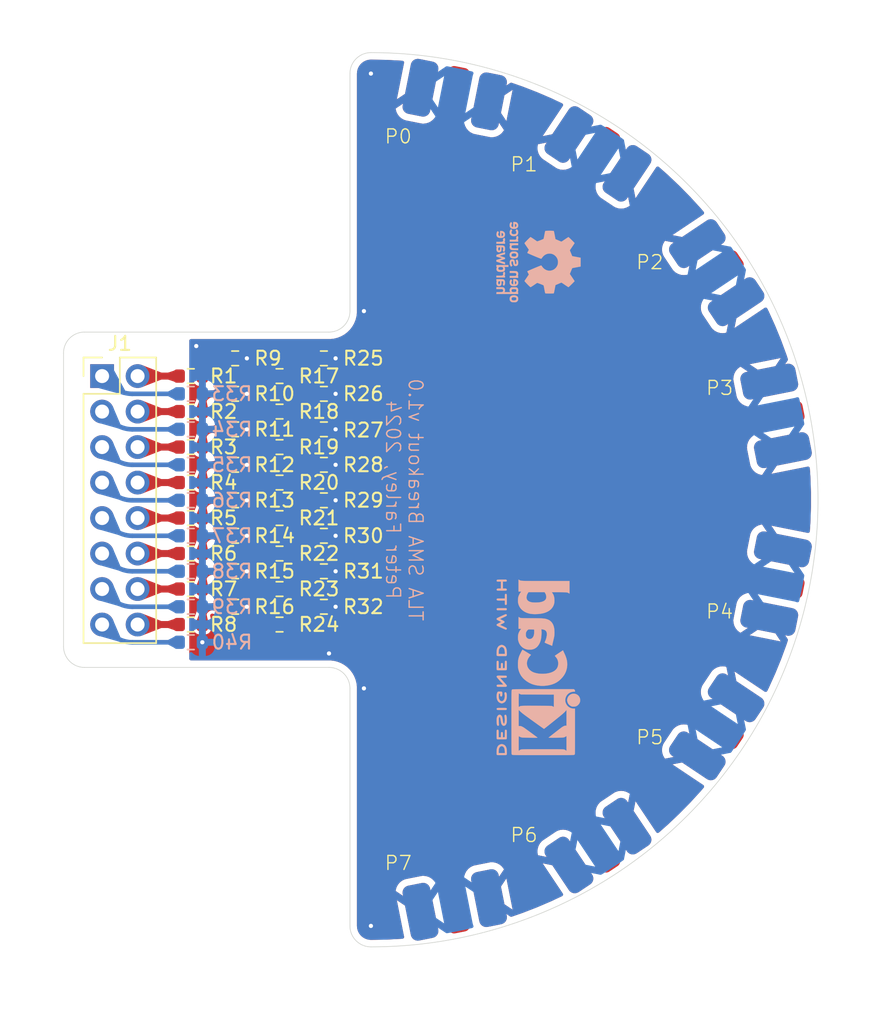
<source format=kicad_pcb>
(kicad_pcb (version 20240108) (generator "pcbnew") (generator_version "8.0")
  (layers (0 "F.Cu" signal) (31 "B.Cu" signal) (34 "B.Paste" user) (35 "F.Paste" user) (36 "B.SilkS" user "B.Silkscreen") (37 "F.SilkS" user "F.Silkscreen") (38 "B.Mask" user) (39 "F.Mask" user) (44 "Edge.Cuts" user))
  (net 0 "")
  (net 1 "Net-(J1-Pin_13)")
  (net 2 "Net-(J1-Pin_7)")
  (net 3 "Net-(J1-Pin_9)")
  (net 4 "Net-(J1-Pin_2)")
  (net 5 "Net-(J1-Pin_1)")
  (net 6 "Net-(J1-Pin_3)")
  (net 7 "Net-(J1-Pin_11)")
  (net 8 "Net-(J1-Pin_15)")
  (net 9 "Net-(J1-Pin_5)")
  (net 10 "GND")
  (net 11 "Net-(J2-In)")
  (net 12 "Net-(R10-Pad1)")
  (net 13 "Net-(J1-Pin_16)")
  (net 14 "Net-(J1-Pin_12)")
  (net 15 "Net-(J1-Pin_6)")
  (net 16 "Net-(J1-Pin_8)")
  (net 17 "Net-(J1-Pin_10)")
  (net 18 "Net-(J1-Pin_14)")
  (net 19 "Net-(J1-Pin_4)")
  (net 20 "Net-(J3-In)")
  (net 21 "Net-(J4-In)")
  (net 22 "Net-(J5-In)")
  (net 23 "Net-(J6-In)")
  (net 24 "Net-(J7-In)")
  (net 25 "Net-(J8-In)")
  (net 26 "Net-(J9-In)")
  (net 27 "Net-(R12-Pad2)")
  (net 28 "Net-(R13-Pad2)")
  (net 29 "Net-(R14-Pad2)")
  (net 30 "Net-(R15-Pad2)")
  (net 31 "Net-(R16-Pad2)")
  (net 32 "Net-(R17-Pad2)")
  (net 33 "Net-(R18-Pad2)")
  (footprint "Footprints:SMA Board Edge Jack" (layer "F.Cu") (at 137 37 78.75)
    (property "Reference" "J2" (hide yes))
    (property "Value" "Conn_Coaxial_Small")
    (pad "1" smd roundrect (at 0 0 78.75) (size 4 1.5) (layers "F.Cu" "F.Paste" "F.Mask") (net 11 "Net-(J2-In)"))
    (pad "2" smd roundrect (at 0 -2.5 78.75) (size 4 2) (layers "F.Cu" "F.Paste" "F.Mask") (net 10 "GND"))
    (pad "2" smd roundrect (at 0 -2.5 78.75) (size 4 2) (layers "B.Cu" "B.Paste" "B.Mask") (net 10 "GND"))
    (pad "2" smd roundrect (at 0 2.5 78.75) (size 4 2) (layers "F.Cu" "F.Paste" "F.Mask") (net 10 "GND"))
    (pad "2" smd roundrect (at 0 2.5 78.75) (size 4 2) (layers "B.Cu" "B.Paste" "B.Mask") (net 10 "GND"))
  )
  (footprint "Resistor_SMD:R_0603_1608Metric" (layer "F.Cu") (at 121.285 71.12)
    (property "Reference" "R15" (at 1.27 0 0) (layer "F.SilkS") (effects (justify left)))
    (property "Value" "50")
    (pad "1" smd roundrect (at -0.825 0) (size 0.8 0.95) (layers "F.Cu" "F.Paste" "F.Mask") (net 32 "Net-(R17-Pad2)"))
    (pad "2" smd roundrect (at 0.825 0) (size 0.8 0.95) (layers "F.Cu" "F.Paste" "F.Mask") (net 10 "GND"))
  )
  (footprint "Connector_PinHeader_2.54mm:PinHeader_2x08_P2.54mm_Vertical" (layer "F.Cu") (at 111.76 57.15)
    (property "Reference" "J1" (at 1.27 -2.33 0) (layer "F.SilkS"))
    (property "Value" "Conn_02x08_Odd_Even")
    (pad "1" thru_hole rect (at 0 0) (size 1.7 1.7) (drill 1) (layers "*.Cu" "*.Mask") (net 5 "Net-(J1-Pin_1)"))
    (pad "2" thru_hole oval (at 2.54 0) (size 1.7 1.7) (drill 1) (layers "*.Cu" "*.Mask") (net 4 "Net-(J1-Pin_2)"))
    (pad "3" thru_hole oval (at 0 2.54) (size 1.7 1.7) (drill 1) (layers "*.Cu" "*.Mask") (net 6 "Net-(J1-Pin_3)"))
    (pad "4" thru_hole oval (at 2.54 2.54) (size 1.7 1.7) (drill 1) (layers "*.Cu" "*.Mask") (net 19 "Net-(J1-Pin_4)"))
    (pad "5" thru_hole oval (at 0 5.08) (size 1.7 1.7) (drill 1) (layers "*.Cu" "*.Mask") (net 9 "Net-(J1-Pin_5)"))
    (pad "6" thru_hole oval (at 2.54 5.08) (size 1.7 1.7) (drill 1) (layers "*.Cu" "*.Mask") (net 15 "Net-(J1-Pin_6)"))
    (pad "7" thru_hole oval (at 0 7.62) (size 1.7 1.7) (drill 1) (layers "*.Cu" "*.Mask") (net 2 "Net-(J1-Pin_7)"))
    (pad "8" thru_hole oval (at 2.54 7.62) (size 1.7 1.7) (drill 1) (layers "*.Cu" "*.Mask") (net 16 "Net-(J1-Pin_8)"))
    (pad "9" thru_hole oval (at 0 10.16) (size 1.7 1.7) (drill 1) (layers "*.Cu" "*.Mask") (net 3 "Net-(J1-Pin_9)"))
    (pad "10" thru_hole oval (at 2.54 10.16) (size 1.7 1.7) (drill 1) (layers "*.Cu" "*.Mask") (net 17 "Net-(J1-Pin_10)"))
    (pad "11" thru_hole oval (at 0 12.7) (size 1.7 1.7) (drill 1) (layers "*.Cu" "*.Mask") (net 7 "Net-(J1-Pin_11)"))
    (pad "12" thru_hole oval (at 2.54 12.7) (size 1.7 1.7) (drill 1) (layers "*.Cu" "*.Mask") (net 14 "Net-(J1-Pin_12)"))
    (pad "13" thru_hole oval (at 0 15.24) (size 1.7 1.7) (drill 1) (layers "*.Cu" "*.Mask") (net 1 "Net-(J1-Pin_13)"))
    (pad "14" thru_hole oval (at 2.54 15.24) (size 1.7 1.7) (drill 1) (layers "*.Cu" "*.Mask") (net 18 "Net-(J1-Pin_14)"))
    (pad "15" thru_hole oval (at 0 17.78) (size 1.7 1.7) (drill 1) (layers "*.Cu" "*.Mask") (net 8 "Net-(J1-Pin_15)"))
    (pad "16" thru_hole oval (at 2.54 17.78) (size 1.7 1.7) (drill 1) (layers "*.Cu" "*.Mask") (net 13 "Net-(J1-Pin_16)"))
  )
  (footprint "Resistor_SMD:R_0603_1608Metric" (layer "F.Cu") (at 118.11 64.77)
    (property "Reference" "R4" (at 1.27 0 0) (layer "F.SilkS") (effects (justify left)))
    (property "Value" "0")
    (pad "1" smd roundrect (at -0.825 0) (size 0.8 0.95) (layers "F.Cu" "F.Paste" "F.Mask") (net 16 "Net-(J1-Pin_8)"))
    (pad "2" smd roundrect (at 0.825 0) (size 0.8 0.95) (layers "F.Cu" "F.Paste" "F.Mask") (net 29 "Net-(R14-Pad2)"))
  )
  (footprint "Footprints:SMA Board Edge Jack" (layer "F.Cu") (at 147.25 41.25 56.25)
    (property "Reference" "J4" (hide yes))
    (property "Value" "Conn_Coaxial_Small")
    (pad "1" smd roundrect (at 0 0 56.25) (size 4 1.5) (layers "F.Cu" "F.Paste" "F.Mask") (net 20 "Net-(J3-In)"))
    (pad "2" smd roundrect (at 0 -2.5 56.25) (size 4 2) (layers "F.Cu" "F.Paste" "F.Mask") (net 10 "GND"))
    (pad "2" smd roundrect (at 0 -2.5 56.25) (size 4 2) (layers "B.Cu" "B.Paste" "B.Mask") (net 10 "GND"))
    (pad "2" smd roundrect (at 0 2.5 56.25) (size 4 2) (layers "F.Cu" "F.Paste" "F.Mask") (net 10 "GND"))
    (pad "2" smd roundrect (at 0 2.5 56.25) (size 4 2) (layers "B.Cu" "B.Paste" "B.Mask") (net 10 "GND"))
  )
  (footprint "Resistor_SMD:R_0603_1608Metric" (layer "F.Cu") (at 127.635 55.88)
    (property "Reference" "R25" (at 1.27 0 0) (layer "F.SilkS") (effects (justify left)))
    (property "Value" "50")
    (pad "1" smd roundrect (at -0.825 0) (size 0.8 0.95) (layers "F.Cu" "F.Paste" "F.Mask") (net 11 "Net-(J2-In)"))
    (pad "2" smd roundrect (at 0.825 0) (size 0.8 0.95) (layers "F.Cu" "F.Paste" "F.Mask") (net 10 "GND"))
  )
  (footprint "Footprints:SMA Board Edge Jack" (layer "F.Cu") (at 147.25 90.75 -56.25)
    (property "Reference" "J5" (hide yes))
    (property "Value" "Conn_Coaxial_Small")
    (pad "1" smd roundrect (at 0 0 303.75) (size 4 1.5) (layers "F.Cu" "F.Paste" "F.Mask") (net 25 "Net-(J8-In)"))
    (pad "2" smd roundrect (at 0 -2.5 303.75) (size 4 2) (layers "F.Cu" "F.Paste" "F.Mask") (net 10 "GND"))
    (pad "2" smd roundrect (at 0 -2.5 303.75) (size 4 2) (layers "B.Cu" "B.Paste" "B.Mask") (net 10 "GND"))
    (pad "2" smd roundrect (at 0 2.5 303.75) (size 4 2) (layers "F.Cu" "F.Paste" "F.Mask") (net 10 "GND"))
    (pad "2" smd roundrect (at 0 2.5 303.75) (size 4 2) (layers "B.Cu" "B.Paste" "B.Mask") (net 10 "GND"))
  )
  (footprint "Resistor_SMD:R_0603_1608Metric" (layer "F.Cu") (at 124.46 57.15)
    (property "Reference" "R17" (at 1.27 0 0) (layer "F.SilkS") (effects (justify left)))
    (property "Value" "0")
    (pad "1" smd roundrect (at -0.825 0) (size 0.8 0.95) (layers "F.Cu" "F.Paste" "F.Mask") (net 12 "Net-(R10-Pad1)"))
    (pad "2" smd roundrect (at 0.825 0) (size 0.8 0.95) (layers "F.Cu" "F.Paste" "F.Mask") (net 11 "Net-(J2-In)"))
  )
  (footprint "Footprints:SMA Board Edge Jack" (layer "F.Cu") (at 155.75 82.25 -33.75)
    (property "Reference" "J7" (hide yes))
    (property "Value" "Conn_Coaxial_Small")
    (pad "1" smd roundrect (at 0 0 326.25) (size 4 1.5) (layers "F.Cu" "F.Paste" "F.Mask") (net 24 "Net-(J7-In)"))
    (pad "2" smd roundrect (at 0 -2.5 326.25) (size 4 2) (layers "F.Cu" "F.Paste" "F.Mask") (net 10 "GND"))
    (pad "2" smd roundrect (at 0 -2.5 326.25) (size 4 2) (layers "B.Cu" "B.Paste" "B.Mask") (net 10 "GND"))
    (pad "2" smd roundrect (at 0 2.5 326.25) (size 4 2) (layers "F.Cu" "F.Paste" "F.Mask") (net 10 "GND"))
    (pad "2" smd roundrect (at 0 2.5 326.25) (size 4 2) (layers "B.Cu" "B.Paste" "B.Mask") (net 10 "GND"))
  )
  (footprint "Footprints:SMA Board Edge Jack" (layer "F.Cu") (at 160 72 -11.25)
    (property "Reference" "J9" (hide yes))
    (property "Value" "Conn_Coaxial_Small")
    (pad "1" smd roundrect (at 0 0 348.75) (size 4 1.5) (layers "F.Cu" "F.Paste" "F.Mask") (net 23 "Net-(J6-In)"))
    (pad "2" smd roundrect (at 0 -2.5 348.75) (size 4 2) (layers "F.Cu" "F.Paste" "F.Mask") (net 10 "GND"))
    (pad "2" smd roundrect (at 0 -2.5 348.75) (size 4 2) (layers "B.Cu" "B.Paste" "B.Mask") (net 10 "GND"))
    (pad "2" smd roundrect (at 0 2.5 348.75) (size 4 2) (layers "F.Cu" "F.Paste" "F.Mask") (net 10 "GND"))
    (pad "2" smd roundrect (at 0 2.5 348.75) (size 4 2) (layers "B.Cu" "B.Paste" "B.Mask") (net 10 "GND"))
  )
  (footprint "Resistor_SMD:R_0603_1608Metric" (layer "F.Cu") (at 121.285 60.96)
    (property "Reference" "R11" (at 1.27 0 0) (layer "F.SilkS") (effects (justify left)))
    (property "Value" "50")
    (pad "1" smd roundrect (at -0.825 0) (size 0.8 0.95) (layers "F.Cu" "F.Paste" "F.Mask") (net 28 "Net-(R13-Pad2)"))
    (pad "2" smd roundrect (at 0.825 0) (size 0.8 0.95) (layers "F.Cu" "F.Paste" "F.Mask") (net 10 "GND"))
  )
  (footprint "Resistor_SMD:R_0603_1608Metric" (layer "F.Cu") (at 124.46 59.69)
    (property "Reference" "R18" (at 1.27 0 0) (layer "F.SilkS") (effects (justify left)))
    (property "Value" "0")
    (pad "1" smd roundrect (at -0.825 0) (size 0.8 0.95) (layers "F.Cu" "F.Paste" "F.Mask") (net 27 "Net-(R12-Pad2)"))
    (pad "2" smd roundrect (at 0.825 0) (size 0.8 0.95) (layers "F.Cu" "F.Paste" "F.Mask") (net 20 "Net-(J3-In)"))
  )
  (footprint "Resistor_SMD:R_0603_1608Metric" (layer "F.Cu") (at 118.11 69.85)
    (property "Reference" "R6" (at 1.27 0 0) (layer "F.SilkS") (effects (justify left)))
    (property "Value" "0")
    (pad "1" smd roundrect (at -0.825 0) (size 0.8 0.95) (layers "F.Cu" "F.Paste" "F.Mask") (net 14 "Net-(J1-Pin_12)"))
    (pad "2" smd roundrect (at 0.825 0) (size 0.8 0.95) (layers "F.Cu" "F.Paste" "F.Mask") (net 31 "Net-(R16-Pad2)"))
  )
  (footprint "Resistor_SMD:R_0603_1608Metric" (layer "F.Cu") (at 127.635 73.66)
    (property "Reference" "R32" (at 1.27 0 0) (layer "F.SilkS") (effects (justify left)))
    (property "Value" "50")
    (pad "1" smd roundrect (at -0.825 0) (size 0.8 0.95) (layers "F.Cu" "F.Paste" "F.Mask") (net 26 "Net-(J9-In)"))
    (pad "2" smd roundrect (at 0.825 0) (size 0.8 0.95) (layers "F.Cu" "F.Paste" "F.Mask") (net 10 "GND"))
  )
  (footprint "Resistor_SMD:R_0603_1608Metric" (layer "F.Cu") (at 127.635 63.5)
    (property "Reference" "R28" (at 1.27 0 0) (layer "F.SilkS") (effects (justify left)))
    (property "Value" "50")
    (pad "1" smd roundrect (at -0.825 0) (size 0.8 0.95) (layers "F.Cu" "F.Paste" "F.Mask") (net 22 "Net-(J5-In)"))
    (pad "2" smd roundrect (at 0.825 0) (size 0.8 0.95) (layers "F.Cu" "F.Paste" "F.Mask") (net 10 "GND"))
  )
  (footprint "Resistor_SMD:R_0603_1608Metric" (layer "F.Cu") (at 118.11 57.15)
    (property "Reference" "R1" (at 1.27 0 0) (layer "F.SilkS") (effects (justify left)))
    (property "Value" "0")
    (pad "1" smd roundrect (at -0.825 0) (size 0.8 0.95) (layers "F.Cu" "F.Paste" "F.Mask") (net 4 "Net-(J1-Pin_2)"))
    (pad "2" smd roundrect (at 0.825 0) (size 0.8 0.95) (layers "F.Cu" "F.Paste" "F.Mask") (net 12 "Net-(R10-Pad1)"))
  )
  (footprint "Resistor_SMD:R_0603_1608Metric" (layer "F.Cu") (at 121.285 63.5)
    (property "Reference" "R12" (at 1.27 0 0) (layer "F.SilkS") (effects (justify left)))
    (property "Value" "50")
    (pad "1" smd roundrect (at -0.825 0) (size 0.8 0.95) (layers "F.Cu" "F.Paste" "F.Mask") (net 29 "Net-(R14-Pad2)"))
    (pad "2" smd roundrect (at 0.825 0) (size 0.8 0.95) (layers "F.Cu" "F.Paste" "F.Mask") (net 10 "GND"))
  )
  (footprint "Resistor_SMD:R_0603_1608Metric" (layer "F.Cu") (at 121.285 68.58)
    (property "Reference" "R14" (at 1.27 0 0) (layer "F.SilkS") (effects (justify left)))
    (property "Value" "50")
    (pad "1" smd roundrect (at -0.825 0) (size 0.8 0.95) (layers "F.Cu" "F.Paste" "F.Mask") (net 31 "Net-(R16-Pad2)"))
    (pad "2" smd roundrect (at 0.825 0) (size 0.8 0.95) (layers "F.Cu" "F.Paste" "F.Mask") (net 10 "GND"))
  )
  (footprint "Resistor_SMD:R_0603_1608Metric" (layer "F.Cu") (at 127.635 71.12)
    (property "Reference" "R31" (at 1.27 0 0) (layer "F.SilkS") (effects (justify left)))
    (property "Value" "50")
    (pad "1" smd roundrect (at -0.825 0) (size 0.8 0.95) (layers "F.Cu" "F.Paste" "F.Mask") (net 25 "Net-(J8-In)"))
    (pad "2" smd roundrect (at 0.825 0) (size 0.8 0.95) (layers "F.Cu" "F.Paste" "F.Mask") (net 10 "GND"))
  )
  (footprint "Resistor_SMD:R_0603_1608Metric" (layer "F.Cu") (at 118.11 59.69)
    (property "Reference" "R2" (at 1.27 0 0) (layer "F.SilkS") (effects (justify left)))
    (property "Value" "0")
    (pad "1" smd roundrect (at -0.825 0) (size 0.8 0.95) (layers "F.Cu" "F.Paste" "F.Mask") (net 19 "Net-(J1-Pin_4)"))
    (pad "2" smd roundrect (at 0.825 0) (size 0.8 0.95) (layers "F.Cu" "F.Paste" "F.Mask") (net 27 "Net-(R12-Pad2)"))
  )
  (footprint "Resistor_SMD:R_0603_1608Metric" (layer "F.Cu") (at 121.285 66.04)
    (property "Reference" "R13" (at 1.27 0 0) (layer "F.SilkS") (effects (justify left)))
    (property "Value" "50")
    (pad "1" smd roundrect (at -0.825 0) (size 0.8 0.95) (layers "F.Cu" "F.Paste" "F.Mask") (net 30 "Net-(R15-Pad2)"))
    (pad "2" smd roundrect (at 0.825 0) (size 0.8 0.95) (layers "F.Cu" "F.Paste" "F.Mask") (net 10 "GND"))
  )
  (footprint "Resistor_SMD:R_0603_1608Metric" (layer "F.Cu") (at 127.635 60.96)
    (property "Reference" "R27" (at 1.27 0.06 0) (layer "F.SilkS") (effects (justify left)))
    (property "Value" "50")
    (pad "1" smd roundrect (at -0.825 0) (size 0.8 0.95) (layers "F.Cu" "F.Paste" "F.Mask") (net 21 "Net-(J4-In)"))
    (pad "2" smd roundrect (at 0.825 0) (size 0.8 0.95) (layers "F.Cu" "F.Paste" "F.Mask") (net 10 "GND"))
  )
  (footprint "Resistor_SMD:R_0603_1608Metric" (layer "F.Cu") (at 124.46 69.85)
    (property "Reference" "R22" (at 1.27 0 0) (layer "F.SilkS") (effects (justify left)))
    (property "Value" "0")
    (pad "1" smd roundrect (at -0.825 0) (size 0.8 0.95) (layers "F.Cu" "F.Paste" "F.Mask") (net 31 "Net-(R16-Pad2)"))
    (pad "2" smd roundrect (at 0.825 0) (size 0.8 0.95) (layers "F.Cu" "F.Paste" "F.Mask") (net 24 "Net-(J7-In)"))
  )
  (footprint "Footprints:SMA Board Edge Jack" (layer "F.Cu") (at 155.75 49.75 33.75)
    (property "Reference" "J6" (hide yes))
    (property "Value" "Conn_Coaxial_Small")
    (pad "1" smd roundrect (at 0 0 33.75) (size 4 1.5) (layers "F.Cu" "F.Paste" "F.Mask") (net 21 "Net-(J4-In)"))
    (pad "2" smd roundrect (at 0 -2.5 33.75) (size 4 2) (layers "F.Cu" "F.Paste" "F.Mask") (net 10 "GND"))
    (pad "2" smd roundrect (at 0 -2.5 33.75) (size 4 2) (layers "B.Cu" "B.Paste" "B.Mask") (net 10 "GND"))
    (pad "2" smd roundrect (at 0 2.5 33.75) (size 4 2) (layers "F.Cu" "F.Paste" "F.Mask") (net 10 "GND"))
    (pad "2" smd roundrect (at 0 2.5 33.75) (size 4 2) (layers "B.Cu" "B.Paste" "B.Mask") (net 10 "GND"))
  )
  (footprint "Resistor_SMD:R_0603_1608Metric" (layer "F.Cu") (at 121.285 55.88)
    (property "Reference" "R9" (at 1.27 0 0) (layer "F.SilkS") (effects (justify left)))
    (property "Value" "50")
    (pad "1" smd roundrect (at -0.825 0) (size 0.8 0.95) (layers "F.Cu" "F.Paste" "F.Mask") (net 12 "Net-(R10-Pad1)"))
    (pad "2" smd roundrect (at 0.825 0) (size 0.8 0.95) (layers "F.Cu" "F.Paste" "F.Mask") (net 10 "GND"))
  )
  (footprint "Resistor_SMD:R_0603_1608Metric" (layer "F.Cu") (at 118.11 67.31)
    (property "Reference" "R5" (at 1.27 0 0) (layer "F.SilkS") (effects (justify left)))
    (property "Value" "0")
    (pad "1" smd roundrect (at -0.825 0) (size 0.8 0.95) (layers "F.Cu" "F.Paste" "F.Mask") (net 17 "Net-(J1-Pin_10)"))
    (pad "2" smd roundrect (at 0.825 0) (size 0.8 0.95) (layers "F.Cu" "F.Paste" "F.Mask") (net 30 "Net-(R15-Pad2)"))
  )
  (footprint "Resistor_SMD:R_0603_1608Metric" (layer "F.Cu") (at 124.46 72.39)
    (property "Reference" "R23" (at 1.27 0 0) (layer "F.SilkS") (effects (justify left)))
    (property "Value" "0")
    (pad "1" smd roundrect (at -0.825 0) (size 0.8 0.95) (layers "F.Cu" "F.Paste" "F.Mask") (net 32 "Net-(R17-Pad2)"))
    (pad "2" smd roundrect (at 0.825 0) (size 0.8 0.95) (layers "F.Cu" "F.Paste" "F.Mask") (net 25 "Net-(J8-In)"))
  )
  (footprint "Resistor_SMD:R_0603_1608Metric" (layer "F.Cu") (at 127.635 58.42)
    (property "Reference" "R26" (at 1.27 0 0) (layer "F.SilkS") (effects (justify left)))
    (property "Value" "50")
    (pad "1" smd roundrect (at -0.825 0) (size 0.8 0.95) (layers "F.Cu" "F.Paste" "F.Mask") (net 20 "Net-(J3-In)"))
    (pad "2" smd roundrect (at 0.825 0) (size 0.8 0.95) (layers "F.Cu" "F.Paste" "F.Mask") (net 10 "GND"))
  )
  (footprint "Footprints:SMA Board Edge Jack" (layer "F.Cu") (at 160 60 11.25)
    (property "Reference" "J8" (hide yes))
    (property "Value" "Conn_Coaxial_Small")
    (pad "1" smd roundrect (at 0 0 11.25) (size 4 1.5) (layers "F.Cu" "F.Paste" "F.Mask") (net 22 "Net-(J5-In)"))
    (pad "2" smd roundrect (at 0 -2.5 11.25) (size 4 2) (layers "F.Cu" "F.Paste" "F.Mask") (net 10 "GND"))
    (pad "2" smd roundrect (at 0 -2.5 11.25) (size 4 2) (layers "B.Cu" "B.Paste" "B.Mask") (net 10 "GND"))
    (pad "2" smd roundrect (at 0 2.5 11.25) (size 4 2) (layers "F.Cu" "F.Paste" "F.Mask") (net 10 "GND"))
    (pad "2" smd roundrect (at 0 2.5 11.25) (size 4 2) (layers "B.Cu" "B.Paste" "B.Mask") (net 10 "GND"))
  )
  (footprint "Resistor_SMD:R_0603_1608Metric" (layer "F.Cu") (at 127.635 68.58)
    (property "Reference" "R30" (at 1.27 0 0) (layer "F.SilkS") (effects (justify left)))
    (property "Value" "50")
    (pad "1" smd roundrect (at -0.825 0) (size 0.8 0.95) (layers "F.Cu" "F.Paste" "F.Mask") (net 24 "Net-(J7-In)"))
    (pad "2" smd roundrect (at 0.825 0) (size 0.8 0.95) (layers "F.Cu" "F.Paste" "F.Mask") (net 10 "GND"))
  )
  (footprint "Resistor_SMD:R_0603_1608Metric" (layer "F.Cu") (at 118.11 72.39)
    (property "Reference" "R7" (at 1.27 0 0) (layer "F.SilkS") (effects (justify left)))
    (property "Value" "0")
    (pad "1" smd roundrect (at -0.825 0) (size 0.8 0.95) (layers "F.Cu" "F.Paste" "F.Mask") (net 18 "Net-(J1-Pin_14)"))
    (pad "2" smd roundrect (at 0.825 0) (size 0.8 0.95) (layers "F.Cu" "F.Paste" "F.Mask") (net 32 "Net-(R17-Pad2)"))
  )
  (footprint "Resistor_SMD:R_0603_1608Metric" (layer "F.Cu") (at 124.46 67.31)
    (property "Reference" "R21" (at 1.27 0 0) (layer "F.SilkS") (effects (justify left)))
    (property "Value" "0")
    (pad "1" smd roundrect (at -0.825 0) (size 0.8 0.95) (layers "F.Cu" "F.Paste" "F.Mask") (net 30 "Net-(R15-Pad2)"))
    (pad "2" smd roundrect (at 0.825 0) (size 0.8 0.95) (layers "F.Cu" "F.Paste" "F.Mask") (net 23 "Net-(J6-In)"))
  )
  (footprint "Resistor_SMD:R_0603_1608Metric" (layer "F.Cu") (at 121.285 73.66)
    (property "Reference" "R16" (at 1.27 0 0) (layer "F.SilkS") (effects (justify left)))
    (property "Value" "50")
    (pad "1" smd roundrect (at -0.825 0) (size 0.8 0.95) (layers "F.Cu" "F.Paste" "F.Mask") (net 33 "Net-(R18-Pad2)"))
    (pad "2" smd roundrect (at 0.825 0) (size 0.8 0.95) (layers "F.Cu" "F.Paste" "F.Mask") (net 10 "GND"))
  )
  (footprint "Resistor_SMD:R_0603_1608Metric" (layer "F.Cu") (at 118.11 74.93)
    (property "Reference" "R8" (at 1.27 0 0) (layer "F.SilkS") (effects (justify left)))
    (property "Value" "0")
    (pad "1" smd roundrect (at -0.825 0) (size 0.8 0.95) (layers "F.Cu" "F.Paste" "F.Mask") (net 13 "Net-(J1-Pin_16)"))
    (pad "2" smd roundrect (at 0.825 0) (size 0.8 0.95) (layers "F.Cu" "F.Paste" "F.Mask") (net 33 "Net-(R18-Pad2)"))
  )
  (footprint "Resistor_SMD:R_0603_1608Metric" (layer "F.Cu") (at 127.635 66.04)
    (property "Reference" "R29" (at 1.27 0 0) (layer "F.SilkS") (effects (justify left)))
    (property "Value" "50")
    (pad "1" smd roundrect (at -0.825 0) (size 0.8 0.95) (layers "F.Cu" "F.Paste" "F.Mask") (net 23 "Net-(J6-In)"))
    (pad "2" smd roundrect (at 0.825 0) (size 0.8 0.95) (layers "F.Cu" "F.Paste" "F.Mask") (net 10 "GND"))
  )
  (footprint "Resistor_SMD:R_0603_1608Metric" (layer "F.Cu") (at 121.285 58.42)
    (property "Reference" "R10" (at 1.27 0 0) (layer "F.SilkS") (effects (justify left)))
    (property "Value" "50")
    (pad "1" smd roundrect (at -0.825 0) (size 0.8 0.95) (layers "F.Cu" "F.Paste" "F.Mask") (net 27 "Net-(R12-Pad2)"))
    (pad "2" smd roundrect (at 0.825 0) (size 0.8 0.95) (layers "F.Cu" "F.Paste" "F.Mask") (net 10 "GND"))
  )
  (footprint "Resistor_SMD:R_0603_1608Metric" (layer "F.Cu") (at 124.46 74.93)
    (property "Reference" "R24" (at 1.27 0 0) (layer "F.SilkS") (effects (justify left)))
    (property "Value" "0")
    (pad "1" smd roundrect (at -0.825 0) (size 0.8 0.95) (layers "F.Cu" "F.Paste" "F.Mask") (net 33 "Net-(R18-Pad2)"))
    (pad "2" smd roundrect (at 0.825 0) (size 0.8 0.95) (layers "F.Cu" "F.Paste" "F.Mask") (net 26 "Net-(J9-In)"))
  )
  (footprint "Footprints:SMA Board Edge Jack" (layer "F.Cu") (at 137 95 -78.75)
    (property "Reference" "J3" (hide yes))
    (property "Value" "Conn_Coaxial_Small")
    (pad "1" smd roundrect (at 0 0 281.25) (size 4 1.5) (layers "F.Cu" "F.Paste" "F.Mask") (net 26 "Net-(J9-In)"))
    (pad "2" smd roundrect (at 0 -2.5 281.25) (size 4 2) (layers "F.Cu" "F.Paste" "F.Mask") (net 10 "GND"))
    (pad "2" smd roundrect (at 0 -2.5 281.25) (size 4 2) (layers "B.Cu" "B.Paste" "B.Mask") (net 10 "GND"))
    (pad "2" smd roundrect (at 0 2.5 281.25) (size 4 2) (layers "F.Cu" "F.Paste" "F.Mask") (net 10 "GND"))
    (pad "2" smd roundrect (at 0 2.5 281.25) (size 4 2) (layers "B.Cu" "B.Paste" "B.Mask") (net 10 "GND"))
  )
  (footprint "Resistor_SMD:R_0603_1608Metric" (layer "F.Cu") (at 118.11 62.23)
    (property "Reference" "R3" (at 1.27 0 0) (layer "F.SilkS") (effects (justify left)))
    (property "Value" "0")
    (pad "1" smd roundrect (at -0.825 0) (size 0.8 0.95) (layers "F.Cu" "F.Paste" "F.Mask") (net 15 "Net-(J1-Pin_6)"))
    (pad "2" smd roundrect (at 0.825 0) (size 0.8 0.95) (layers "F.Cu" "F.Paste" "F.Mask") (net 28 "Net-(R13-Pad2)"))
  )
  (footprint "Resistor_SMD:R_0603_1608Metric" (layer "F.Cu") (at 124.46 62.23)
    (property "Reference" "R19" (at 1.27 0 0) (layer "F.SilkS") (effects (justify left)))
    (property "Value" "0")
    (pad "1" smd roundrect (at -0.825 0) (size 0.8 0.95) (layers "F.Cu" "F.Paste" "F.Mask") (net 28 "Net-(R13-Pad2)"))
    (pad "2" smd roundrect (at 0.825 0) (size 0.8 0.95) (layers "F.Cu" "F.Paste" "F.Mask") (net 21 "Net-(J4-In)"))
  )
  (footprint "Resistor_SMD:R_0603_1608Metric" (layer "F.Cu") (at 124.46 64.77)
    (property "Reference" "R20" (at 1.27 0 0) (layer "F.SilkS") (effects (justify left)))
    (property "Value" "0")
    (pad "1" smd roundrect (at -0.825 0) (size 0.8 0.95) (layers "F.Cu" "F.Paste" "F.Mask") (net 29 "Net-(R14-Pad2)"))
    (pad "2" smd roundrect (at 0.825 0) (size 0.8 0.95) (layers "F.Cu" "F.Paste" "F.Mask") (net 22 "Net-(J5-In)"))
  )
  (footprint "Resistor_SMD:R_0603_1608Metric" (layer "B.Cu") (at 118.11 71.12 180)
    (property "Reference" "R38" (at -1.397 0 0) (layer "B.SilkS") (effects (justify right mirror)))
    (property "Value" "0")
    (pad "1" smd roundrect (at -0.825 0 180) (size 0.8 0.95) (layers "B.Cu" "B.Paste" "B.Mask") (net 10 "GND"))
    (pad "2" smd roundrect (at 0.825 0 180) (size 0.8 0.95) (layers "B.Cu" "B.Paste" "B.Mask") (net 7 "Net-(J1-Pin_11)"))
  )
  (footprint "Resistor_SMD:R_0603_1608Metric" (layer "B.Cu") (at 118.11 58.42 180)
    (property "Reference" "R33" (at -1.39 0 0) (layer "B.SilkS") (effects (justify right mirror)))
    (property "Value" "0")
    (pad "1" smd roundrect (at -0.825 0 180) (size 0.8 0.95) (layers "B.Cu" "B.Paste" "B.Mask") (net 10 "GND"))
    (pad "2" smd roundrect (at 0.825 0 180) (size 0.8 0.95) (layers "B.Cu" "B.Paste" "B.Mask") (net 5 "Net-(J1-Pin_1)"))
  )
  (footprint "Resistor_SMD:R_0603_1608Metric" (layer "B.Cu") (at 118.11 66.04 180)
    (property "Reference" "R36" (at -1.397 0 0) (layer "B.SilkS") (effects (justify right mirror)))
    (property "Value" "0")
    (pad "1" smd roundrect (at -0.825 0 180) (size 0.8 0.95) (layers "B.Cu" "B.Paste" "B.Mask") (net 10 "GND"))
    (pad "2" smd roundrect (at 0.825 0 180) (size 0.8 0.95) (layers "B.Cu" "B.Paste" "B.Mask") (net 2 "Net-(J1-Pin_7)"))
  )
  (footprint "Symbol:KiCad-Logo2_5mm_SilkScreen" (layer "B.Cu") (at 143 78 90)
    (property "Reference" "REF**" (hide yes))
    (property "Value" "KiCad-Logo2_5mm_SilkScreen" (hide yes))
  )
  (footprint "Symbol:OSHW-Logo_5.7x6mm_SilkScreen" (layer "B.Cu") (at 143 49 90)
    (property "Reference" "REF**" (hide yes))
    (property "Value" "OSHW-Logo_5.7x6mm_SilkScreen" (hide yes))
  )
  (footprint "Resistor_SMD:R_0603_1608Metric" (layer "B.Cu") (at 118.11 76.2 180)
    (property "Reference" "R40" (at -1.397 0 0) (layer "B.SilkS") (effects (justify right mirror)))
    (property "Value" "0")
    (pad "1" smd roundrect (at -0.825 0 180) (size 0.8 0.95) (layers "B.Cu" "B.Paste" "B.Mask") (net 10 "GND"))
    (pad "2" smd roundrect (at 0.825 0 180) (size 0.8 0.95) (layers "B.Cu" "B.Paste" "B.Mask") (net 8 "Net-(J1-Pin_15)"))
  )
  (footprint "Resistor_SMD:R_0603_1608Metric" (layer "B.Cu") (at 118.11 68.58 180)
    (property "Reference" "R37" (at -1.397 0 0) (layer "B.SilkS") (effects (justify right mirror)))
    (property "Value" "0")
    (pad "1" smd roundrect (at -0.825 0 180) (size 0.8 0.95) (layers "B.Cu" "B.Paste" "B.Mask") (net 10 "GND"))
    (pad "2" smd roundrect (at 0.825 0 180) (size 0.8 0.95) (layers "B.Cu" "B.Paste" "B.Mask") (net 3 "Net-(J1-Pin_9)"))
  )
  (footprint "Resistor_SMD:R_0603_1608Metric" (layer "B.Cu") (at 118.11 60.96 180)
    (property "Reference" "R34" (at -1.397 0 0) (layer "B.SilkS") (effects (justify right mirror)))
    (property "Value" "0")
    (pad "1" smd roundrect (at -0.825 0 180) (size 0.8 0.95) (layers "B.Cu" "B.Paste" "B.Mask") (net 10 "GND"))
    (pad "2" smd roundrect (at 0.825 0 180) (size 0.8 0.95) (layers "B.Cu" "B.Paste" "B.Mask") (net 6 "Net-(J1-Pin_3)"))
  )
  (footprint "Resistor_SMD:R_0603_1608Metric" (layer "B.Cu") (at 118.11 73.66 180)
    (property "Reference" "R39" (at -1.397 0 0) (layer "B.SilkS") (effects (justify right mirror)))
    (property "Value" "0")
    (pad "1" smd roundrect (at -0.825 0 180) (size 0.8 0.95) (layers "B.Cu" "B.Paste" "B.Mask") (net 10 "GND"))
    (pad "2" smd roundrect (at 0.825 0 180) (size 0.8 0.95) (layers "B.Cu" "B.Paste" "B.Mask") (net 1 "Net-(J1-Pin_13)"))
  )
  (footprint "Resistor_SMD:R_0603_1608Metric" (layer "B.Cu") (at 118.11 63.5 180)
    (property "Reference" "R35" (at -1.397 0 0) (layer "B.SilkS") (effects (justify right mirror)))
    (property "Value" "0")
    (pad "1" smd roundrect (at -0.825 0 180) (size 0.8 0.95) (layers "B.Cu" "B.Paste" "B.Mask") (net 10 "GND"))
    (pad "2" smd roundrect (at 0.825 0 180) (size 0.8 0.95) (layers "B.Cu" "B.Paste" "B.Mask") (net 9 "Net-(J1-Pin_5)"))
  )
  (gr_arc (start 129.5 52.5) (mid 129.06066 53.56066) (end 128 54) (stroke (width 0.05)) (layer "Edge.Cuts"))
  (gr_line (start 109 76.5) (end 109 55.5) (stroke (width 0.05)) (layer "Edge.Cuts"))
  (gr_arc (start 129.5 35.5) (mid 129.93934 34.43934) (end 131 34) (stroke (width 0.05)) (layer "Edge.Cuts"))
  (gr_line (start 129.5 35.5) (end 129.5 52.5) (stroke (width 0.05)) (layer "Edge.Cuts"))
  (gr_arc (start 131 34) (mid 163 66) (end 131 98) (stroke (width 0.05)) (layer "Edge.Cuts"))
  (gr_arc (start 131 98) (mid 129.93934 97.56066) (end 129.5 96.5) (stroke (width 0.05)) (layer "Edge.Cuts"))
  (gr_arc (start 109 55.5) (mid 109.43934 54.43934) (end 110.5 54) (stroke (width 0.05)) (layer "Edge.Cuts"))
  (gr_arc (start 110.5 78) (mid 109.43934 77.56066) (end 109 76.5) (stroke (width 0.05)) (layer "Edge.Cuts"))
  (gr_line (start 110.5 54) (end 128 54) (stroke (width 0.05)) (layer "Edge.Cuts"))
  (gr_line (start 110.5 78) (end 128 78) (stroke (width 0.05)) (layer "Edge.Cuts"))
  (gr_line (start 129.5 96.5) (end 129.5 79.5) (stroke (width 0.05)) (layer "Edge.Cuts"))
  (gr_arc (start 128 78) (mid 129.06066 78.43934) (end 129.5 79.5) (stroke (width 0.05)) (layer "Edge.Cuts"))
  (gr_text "TLA SMA Breakout v1.0\nPeter Farley, 2024" (at 132 66 -90) (layer "B.SilkS") (effects (font (size 1 1) (thickness 0.1)) (justify bottom mirror)))
  (gr_text "P6" (at 143 90 0) (layer "F.SilkS") (effects (font (size 1 1) (thickness 0.1)) (justify right)))
  (gr_text "P1" (at 143 42 0) (layer "F.SilkS") (effects (font (size 1 1) (thickness 0.1)) (justify right)))
  (gr_text "P5" (at 152 83 0) (layer "F.SilkS") (effects (font (size 1 1) (thickness 0.1)) (justify right)))
  (gr_text "P3" (at 157 58 0) (layer "F.SilkS") (effects (font (size 1 1) (thickness 0.1)) (justify right)))
  (gr_text "P0" (at 134 40 0) (layer "F.SilkS") (effects (font (size 1 1) (thickness 0.1)) (justify right)))
  (gr_text "P7" (at 134 92 0) (layer "F.SilkS") (effects (font (size 1 1) (thickness 0.1)) (justify right)))
  (gr_text "P4" (at 157 74 0) (layer "F.SilkS") (effects (font (size 1 1) (thickness 0.1)) (justify right)))
  (gr_text "P2" (at 152 49 0) (layer "F.SilkS") (effects (font (size 1 1) (thickness 0.1)) (justify right)))
  (segment (start 113.928025 73.66) (end 117.285 73.66) (width 0.33) (layer "B.Cu") (net 1))
  (segment (start 112.395 73.025) (end 111.76 72.39) (width 0.33) (layer "B.Cu") (net 1))
  (arc (start 112.395 73.025) (mid 113.098357 73.494968) (end 113.928025 73.66) (width 0.33) (layer "B.Cu") (net 1))
  (segment (start 113.928025 66.04) (end 117.285 66.04) (width 0.33) (layer "B.Cu") (net 2))
  (segment (start 112.395 65.405) (end 111.76 64.77) (width 0.33) (layer "B.Cu") (net 2))
  (arc (start 112.395 65.405) (mid 113.098357 65.874968) (end 113.928025 66.04) (width 0.33) (layer "B.Cu") (net 2))
  (segment (start 113.928025 68.58) (end 117.285 68.58) (width 0.33) (layer "B.Cu") (net 3))
  (segment (start 112.395 67.945) (end 111.76 67.31) (width 0.33) (layer "B.Cu") (net 3))
  (arc (start 112.395 67.945) (mid 113.098357 68.414968) (end 113.928025 68.58) (width 0.33) (layer "B.Cu") (net 3))
  (segment (start 117.285 57.15) (end 114.3 57.15) (width 0.5) (layer "F.Cu") (net 4))
  (segment (start 112.395 57.785) (end 111.76 57.15) (width 0.33) (layer "B.Cu") (net 5))
  (segment (start 113.928025 58.42) (end 117.285 58.42) (width 0.33) (layer "B.Cu") (net 5))
  (arc (start 112.395 57.785) (mid 113.098357 58.254968) (end 113.928025 58.42) (width 0.33) (layer "B.Cu") (net 5))
  (segment (start 112.395 60.325) (end 111.76 59.69) (width 0.33) (layer "B.Cu") (net 6))
  (segment (start 113.928025 60.96) (end 117.285 60.96) (width 0.33) (layer "B.Cu") (net 6))
  (arc (start 112.395 60.325) (mid 113.098357 60.794968) (end 113.928025 60.96) (width 0.33) (layer "B.Cu") (net 6))
  (segment (start 113.928025 71.12) (end 117.285 71.12) (width 0.33) (layer "B.Cu") (net 7))
  (segment (start 112.395 70.485) (end 111.76 69.85) (width 0.33) (layer "B.Cu") (net 7))
  (arc (start 112.395 70.485) (mid 113.098357 70.954968) (end 113.928025 71.12) (width 0.33) (layer "B.Cu") (net 7))
  (segment (start 112.395 75.565) (end 111.76 74.93) (width 0.33) (layer "B.Cu") (net 8))
  (segment (start 113.928025 76.2) (end 117.285 76.2) (width 0.33) (layer "B.Cu") (net 8))
  (arc (start 112.395 75.565) (mid 113.098357 76.034968) (end 113.928025 76.2) (width 0.33) (layer "B.Cu") (net 8))
  (segment (start 113.928025 63.5) (end 117.285 63.5) (width 0.33) (layer "B.Cu") (net 9))
  (segment (start 112.395 62.865) (end 111.76 62.23) (width 0.33) (layer "B.Cu") (net 9))
  (arc (start 112.395 62.865) (mid 113.098357 63.334968) (end 113.928025 63.5) (width 0.33) (layer "B.Cu") (net 9))
  (via (at 122.1232 71.12) (size 0.6) (drill 0.3) (layers "F.Cu" "B.Cu") (net 10))
  (via (at 122.1232 66.04) (size 0.6) (drill 0.3) (layers "F.Cu" "B.Cu") (net 10))
  (via (at 122.1232 68.58) (size 0.6) (drill 0.3) (layers "F.Cu" "B.Cu") (net 10))
  (via (at 128.4732 66.04) (size 0.6) (drill 0.3) (layers "F.Cu" "B.Cu") (net 10))
  (via (at 122.1232 63.5) (size 0.6) (drill 0.3) (layers "F.Cu" "B.Cu") (net 10))
  (via (at 128.4732 55.88) (size 0.6) (drill 0.3) (layers "F.Cu" "B.Cu") (net 10))
  (via (at 122.1232 58.42) (size 0.6) (drill 0.3) (layers "F.Cu" "B.Cu") (net 10))
  (via (at 122.1232 73.66) (size 0.6) (drill 0.3) (layers "F.Cu" "B.Cu") (net 10))
  (via (at 128.4732 68.58) (size 0.6) (drill 0.3) (layers "F.Cu" "B.Cu") (net 10))
  (via (at 128.4732 63.5) (size 0.6) (drill 0.3) (layers "F.Cu" "B.Cu") (net 10))
  (via (at 118.935 76.2) (size 0.6) (drill 0.3) (layers "F.Cu" "B.Cu") (net 10))
  (via (at 122.1232 60.96) (size 0.6) (drill 0.3) (layers "F.Cu" "B.Cu") (net 10))
  (via (at 128.4732 71.12) (size 0.6) (drill 0.3) (layers "F.Cu" "B.Cu") (net 10))
  (via (at 128.4732 60.96) (size 0.6) (drill 0.3) (layers "F.Cu" "B.Cu") (net 10))
  (via (at 122.1232 55.88) (size 0.6) (drill 0.3) (layers "F.Cu" "B.Cu") (net 10))
  (via (at 128 77) (size 0.6) (drill 0.3) (layers "F.Cu" "B.Cu") (net 10))
  (via (at 128.4732 73.66) (size 0.6) (drill 0.3) (layers "F.Cu" "B.Cu") (net 10))
  (via (at 131 35.5) (size 0.6) (drill 0.3) (layers "F.Cu" "B.Cu") (net 10))
  (via (at 130.5 52.5) (size 0.6) (drill 0.3) (layers "F.Cu" "B.Cu") (net 10))
  (via (at 118.5 55) (size 0.6) (drill 0.3) (layers "F.Cu" "B.Cu") (net 10))
  (via (at 128.4732 58.42) (size 0.6) (drill 0.3) (layers "F.Cu" "B.Cu") (net 10))
  (via (at 131 96.5) (size 0.6) (drill 0.3) (layers "F.Cu" "B.Cu") (net 10))
  (via (at 130.5 79.5) (size 0.6) (drill 0.3) (layers "F.Cu" "B.Cu") (net 10))
  (segment (start 126.044662 55.88) (end 126.81 55.88) (width 0.5) (layer "F.Cu") (net 11))
  (segment (start 130.63291 57.15) (end 125.285 57.15) (width 1) (layer "F.Cu") (net 11))
  (segment (start 133.148082 55.11345) (end 137 37) (width 1) (layer "F.Cu") (net 11))
  (segment (start 125.285 56.639662) (end 125.285 57.15) (width 0.5) (layer "F.Cu") (net 11))
  (arc (start 125.5075 56.1025) (mid 125.342825 56.348952) (end 125.285 56.639662) (width 0.5) (layer "F.Cu") (net 11))
  (arc (start 126.044662 55.88) (mid 125.753952 55.937825) (end 125.5075 56.1025) (width 0.5) (layer "F.Cu") (net 11))
  (arc (start 133.148082 55.11345) (mid 132.251059 56.577026) (end 130.63291 57.15) (width 1) (layer "F.Cu") (net 11))
  (segment (start 119.694662 55.88) (end 120.46 55.88) (width 0.5) (layer "F.Cu") (net 12))
  (segment (start 122.628025 57.15) (end 123.635 57.15) (width 0.5) (layer "F.Cu") (net 12))
  (segment (start 118.935 56.639662) (end 118.935 57.15) (width 0.5) (layer "F.Cu") (net 12))
  (segment (start 121.095 56.515) (end 120.46 55.88) (width 0.5) (layer "F.Cu") (net 12))
  (arc (start 121.095 56.515) (mid 121.798357 56.984968) (end 122.628025 57.15) (width 0.5) (layer "F.Cu") (net 12))
  (arc (start 119.694662 55.88) (mid 119.403952 55.937825) (end 119.1575 56.1025) (width 0.5) (layer "F.Cu") (net 12))
  (arc (start 119.1575 56.1025) (mid 118.992825 56.348952) (end 118.935 56.639662) (width 0.5) (layer "F.Cu") (net 12))
  (segment (start 117.285 74.93) (end 114.3 74.93) (width 0.5) (layer "F.Cu") (net 13))
  (segment (start 117.285 69.85) (end 114.3 69.85) (width 0.5) (layer "F.Cu") (net 14))
  (segment (start 117.285 62.23) (end 114.3 62.23) (width 0.5) (layer "F.Cu") (net 15))
  (segment (start 114.3 64.77) (end 117.285 64.77) (width 0.5) (layer "F.Cu") (net 16))
  (segment (start 117.285 67.31) (end 114.3 67.31) (width 0.5) (layer "F.Cu") (net 17))
  (segment (start 114.3 72.39) (end 117.285 72.39) (width 0.5) (layer "F.Cu") (net 18))
  (segment (start 114.3 59.69) (end 117.285 59.69) (width 0.5) (layer "F.Cu") (net 19))
  (segment (start 132.290834 59.69) (end 125.285 59.69) (width 1) (layer "F.Cu") (net 20))
  (segment (start 126.044662 58.42) (end 126.81 58.42) (width 0.5) (layer "F.Cu") (net 20))
  (segment (start 135.756402 57.872897) (end 147.25 41.25) (width 1) (layer "F.Cu") (net 20))
  (segment (start 125.285 59.69) (end 125.285 59.179662) (width 0.5) (layer "F.Cu") (net 20))
  (arc (start 126.044662 58.42) (mid 125.753952 58.477825) (end 125.5075 58.6425) (width 0.5) (layer "F.Cu") (net 20))
  (arc (start 135.756402 57.872897) (mid 134.247363 59.208173) (end 132.290834 59.69) (width 1) (layer "F.Cu") (net 20))
  (arc (start 125.5075 58.6425) (mid 125.342825 58.888952) (end 125.285 59.179662) (width 0.5) (layer "F.Cu") (net 20))
  (segment (start 126.044662 60.96) (end 126.81 60.96) (width 0.5) (layer "F.Cu") (net 21))
  (segment (start 125.285 62.23) (end 125.285 61.719662) (width 0.5) (layer "F.Cu") (net 21))
  (segment (start 139.063225 60.95231) (end 155.75 49.75) (width 1) (layer "F.Cu") (net 21))
  (segment (start 125.285 62.23) (end 134.867673 62.23) (width 1) (layer "F.Cu") (net 21))
  (arc (start 125.5075 61.1825) (mid 125.342825 61.428952) (end 125.285 61.719662) (width 0.5) (layer "F.Cu") (net 21))
  (arc (start 126.044662 60.96) (mid 125.753952 61.017825) (end 125.5075 61.1825) (width 0.5) (layer "F.Cu") (net 21))
  (arc (start 139.063225 60.95231) (mid 137.060568 61.903496) (end 134.867673 62.23) (width 1) (layer "F.Cu") (net 21))
  (segment (start 125.285 64.259662) (end 125.285 64.77) (width 0.5) (layer "F.Cu") (net 22))
  (segment (start 139.288331 64.295419) (end 160 60) (width 1) (layer "F.Cu") (net 22))
  (segment (start 134.662974 64.77) (end 125.285 64.77) (width 1) (layer "F.Cu") (net 22))
  (segment (start 126.044662 63.5) (end 126.81 63.5) (width 0.5) (layer "F.Cu") (net 22))
  (arc (start 139.288331 64.295419) (mid 136.987794 64.651044) (end 134.662974 64.77) (width 1) (layer "F.Cu") (net 22))
  (arc (start 125.5075 63.7225) (mid 125.342825 63.968952) (end 125.285 64.259662) (width 0.5) (layer "F.Cu") (net 22))
  (arc (start 126.044662 63.5) (mid 125.753952 63.557825) (end 125.5075 63.7225) (width 0.5) (layer "F.Cu") (net 22))
  (segment (start 125.285 67.31) (end 125.285 66.799662) (width 0.5) (layer "F.Cu") (net 23))
  (segment (start 126.044662 66.04) (end 126.81 66.04) (width 0.5) (layer "F.Cu") (net 23))
  (segment (start 125.285 67.31) (end 135.163035 67.31) (width 1) (layer "F.Cu") (net 23))
  (segment (start 139.787792 67.786877) (end 160 72) (width 1) (layer "F.Cu") (net 23))
  (arc (start 125.5075 66.2625) (mid 125.342825 66.508952) (end 125.285 66.799662) (width 0.5) (layer "F.Cu") (net 23))
  (arc (start 139.787792 67.786877) (mid 137.487674 67.429534) (end 135.163035 67.31) (width 1) (layer "F.Cu") (net 23))
  (arc (start 126.044662 66.04) (mid 125.753952 66.097825) (end 125.5075 66.2625) (width 0.5) (layer "F.Cu") (net 23))
  (segment (start 125.285 69.85) (end 134.867167 69.85) (width 1) (layer "F.Cu") (net 24))
  (segment (start 125.285 69.85) (end 125.285 69.339662) (width 0.5) (layer "F.Cu") (net 24))
  (segment (start 126.044662 68.58) (end 126.81 68.58) (width 0.5) (layer "F.Cu") (net 24))
  (segment (start 139.067435 71.122307) (end 155.75 82.25) (width 1) (layer "F.Cu") (net 24))
  (arc (start 139.067435 71.122307) (mid 137.061536 70.175056) (end 134.867167 69.85) (width 1) (layer "F.Cu") (net 24))
  (arc (start 125.5075 68.8025) (mid 125.342825 69.048952) (end 125.285 69.339662) (width 0.5) (layer "F.Cu") (net 24))
  (arc (start 126.044662 68.58) (mid 125.753952 68.637825) (end 125.5075 68.8025) (width 0.5) (layer "F.Cu") (net 24))
  (segment (start 125.285 72.39) (end 132.411485 72.39) (width 1) (layer "F.Cu") (net 25))
  (segment (start 135.871692 74.209561) (end 147.25 90.75) (width 1) (layer "F.Cu") (net 25))
  (segment (start 125.285 71.879662) (end 125.285 72.39) (width 0.5) (layer "F.Cu") (net 25))
  (segment (start 126.044662 71.12) (end 126.81 71.12) (width 0.5) (layer "F.Cu") (net 25))
  (arc (start 126.044662 71.12) (mid 125.753952 71.177825) (end 125.5075 71.3425) (width 0.5) (layer "F.Cu") (net 25))
  (arc (start 135.871692 74.209561) (mid 134.366212 72.872619) (end 132.411485 72.39) (width 1) (layer "F.Cu") (net 25))
  (arc (start 125.5075 71.3425) (mid 125.342825 71.588952) (end 125.285 71.879662) (width 0.5) (layer "F.Cu") (net 25))
  (segment (start 126.044662 73.66) (end 126.81 73.66) (width 0.5) (layer "F.Cu") (net 26))
  (segment (start 125.285 74.93) (end 125.285 74.419662) (width 0.5) (layer "F.Cu") (net 26))
  (segment (start 133.406035 76.96728) (end 137 95) (width 1) (layer "F.Cu") (net 26))
  (segment (start 125.285 74.93) (end 130.922651 74.93) (width 1) (layer "F.Cu") (net 26))
  (arc (start 125.5075 73.8825) (mid 125.342825 74.128952) (end 125.285 74.419662) (width 0.5) (layer "F.Cu") (net 26))
  (arc (start 133.406035 76.96728) (mid 132.52871 75.504487) (end 130.922651 74.93) (width 1) (layer "F.Cu") (net 26))
  (arc (start 126.044662 73.66) (mid 125.753952 73.717825) (end 125.5075 73.8825) (width 0.5) (layer "F.Cu") (net 26))
  (segment (start 121.095 59.055) (end 120.46 58.42) (width 0.5) (layer "F.Cu") (net 27))
  (segment (start 119.694662 58.42) (end 120.46 58.42) (width 0.5) (layer "F.Cu") (net 27))
  (segment (start 118.935 59.179662) (end 118.935 59.69) (width 0.5) (layer "F.Cu") (net 27))
  (segment (start 122.628025 59.69) (end 123.635 59.69) (width 0.5) (layer "F.Cu") (net 27))
  (arc (start 119.694662 58.42) (mid 119.403952 58.477825) (end 119.1575 58.6425) (width 0.5) (layer "F.Cu") (net 27))
  (arc (start 119.1575 58.6425) (mid 118.992825 58.888952) (end 118.935 59.179662) (width 0.5) (layer "F.Cu") (net 27))
  (arc (start 121.095 59.055) (mid 121.798357 59.524968) (end 122.628025 59.69) (width 0.5) (layer "F.Cu") (net 27))
  (segment (start 120.46 60.96) (end 119.694662 60.96) (width 0.5) (layer "F.Cu") (net 28))
  (segment (start 118.935 61.719662) (end 118.935 62.23) (width 0.5) (layer "F.Cu") (net 28))
  (segment (start 122.628025 62.23) (end 123.635 62.23) (width 0.5) (layer "F.Cu") (net 28))
  (segment (start 121.095 61.595) (end 120.46 60.96) (width 0.5) (layer "F.Cu") (net 28))
  (arc (start 119.1575 61.1825) (mid 118.992825 61.428952) (end 118.935 61.719662) (width 0.5) (layer "F.Cu") (net 28))
  (arc (start 121.095 61.595) (mid 121.798357 62.064968) (end 122.628025 62.23) (width 0.5) (layer "F.Cu") (net 28))
  (arc (start 119.694662 60.96) (mid 119.403952 61.017825) (end 119.1575 61.1825) (width 0.5) (layer "F.Cu") (net 28))
  (segment (start 119.694662 63.5) (end 120.46 63.5) (width 0.5) (layer "F.Cu") (net 29))
  (segment (start 118.935 64.259662) (end 118.935 64.77) (width 0.5) (layer "F.Cu") (net 29))
  (segment (start 122.628025 64.77) (end 123.635 64.77) (width 0.5) (layer "F.Cu") (net 29))
  (segment (start 121.095 64.135) (end 120.46 63.5) (width 0.5) (layer "F.Cu") (net 29))
  (arc (start 119.694662 63.5) (mid 119.403952 63.557825) (end 119.1575 63.7225) (width 0.5) (layer "F.Cu") (net 29))
  (arc (start 121.095 64.135) (mid 121.798357 64.604968) (end 122.628025 64.77) (width 0.5) (layer "F.Cu") (net 29))
  (arc (start 119.1575 63.7225) (mid 118.992825 63.968952) (end 118.935 64.259662) (width 0.5) (layer "F.Cu") (net 29))
  (segment (start 118.935 66.799662) (end 118.935 67.31) (width 0.5) (layer "F.Cu") (net 30))
  (segment (start 122.628025 67.31) (end 123.635 67.31) (width 0.5) (layer "F.Cu") (net 30))
  (segment (start 119.694662 66.04) (end 120.46 66.04) (width 0.5) (layer "F.Cu") (net 30))
  (segment (start 121.095 66.675) (end 120.46 66.04) (width 0.5) (layer "F.Cu") (net 30))
  (arc (start 121.095 66.675) (mid 121.798357 67.144968) (end 122.628025 67.31) (width 0.5) (layer "F.Cu") (net 30))
  (arc (start 119.1575 66.2625) (mid 118.992825 66.508952) (end 118.935 66.799662) (width 0.5) (layer "F.Cu") (net 30))
  (arc (start 119.694662 66.04) (mid 119.403952 66.097825) (end 119.1575 66.2625) (width 0.5) (layer "F.Cu") (net 30))
  (segment (start 121.095 69.215) (end 120.46 68.58) (width 0.5) (layer "F.Cu") (net 31))
  (segment (start 118.935 69.339662) (end 118.935 69.85) (width 0.5) (layer "F.Cu") (net 31))
  (segment (start 122.628025 69.85) (end 123.635 69.85) (width 0.5) (layer "F.Cu") (net 31))
  (segment (start 120.46 68.58) (end 119.694662 68.58) (width 0.5) (layer "F.Cu") (net 31))
  (arc (start 119.1575 68.8025) (mid 118.992825 69.048952) (end 118.935 69.339662) (width 0.5) (layer "F.Cu") (net 31))
  (arc (start 121.095 69.215) (mid 121.798357 69.684968) (end 122.628025 69.85) (width 0.5) (layer "F.Cu") (net 31))
  (arc (start 119.694662 68.58) (mid 119.403952 68.637825) (end 119.1575 68.8025) (width 0.5) (layer "F.Cu") (net 31))
  (segment (start 118.935 71.879662) (end 118.935 72.39) (width 0.5) (layer "F.Cu") (net 32))
  (segment (start 121.095 71.755) (end 120.46 71.12) (width 0.5) (layer "F.Cu") (net 32))
  (segment (start 119.694662 71.12) (end 120.46 71.12) (width 0.5) (layer "F.Cu") (net 32))
  (segment (start 122.628025 72.39) (end 123.635 72.39) (width 0.5) (layer "F.Cu") (net 32))
  (arc (start 119.1575 71.3425) (mid 118.992825 71.588952) (end 118.935 71.879662) (width 0.5) (layer "F.Cu") (net 32))
  (arc (start 119.694662 71.12) (mid 119.403952 71.177825) (end 119.1575 71.3425) (width 0.5) (layer "F.Cu") (net 32))
  (arc (start 121.095 71.755) (mid 121.798357 72.224968) (end 122.628025 72.39) (width 0.5) (layer "F.Cu") (net 32))
  (segment (start 119.694662 73.66) (end 120.46 73.66) (width 0.5) (layer "F.Cu") (net 33))
  (segment (start 122.628025 74.93) (end 123.635 74.93) (width 0.5) (layer "F.Cu") (net 33))
  (segment (start 121.095 74.295) (end 120.46 73.66) (width 0.5) (layer "F.Cu") (net 33))
  (segment (start 118.935 74.419662) (end 118.935 74.93) (width 0.5) (layer "F.Cu") (net 33))
  (arc (start 119.1575 73.8825) (mid 118.992825 74.128952) (end 118.935 74.419662) (width 0.5) (layer "F.Cu") (net 33))
  (arc (start 119.694662 73.66) (mid 119.403952 73.717825) (end 119.1575 73.8825) (width 0.5) (layer "F.Cu") (net 33))
  (arc (start 121.095 74.295) (mid 121.798357 74.764968) (end 122.628025 74.93) (width 0.5) (layer "F.Cu") (net 33))
  (zone (net 10) (net_name "GND") (layer "F.Cu") (priority 1) (connect_pads (clearance 0.225)) (min_thickness 0.25) (fill yes (thermal_gap 0.5) (thermal_bridge_width 0.5) (smoothing chamfer))
    (polygon (pts (xy 118 34) (xy 163 34) (xy 163 98) (xy 118 98)))
  )
  (zone (net 10) (net_name "GND") (layer "B.Cu") (connect_pads (clearance 0.225)) (min_thickness 0.25) (fill yes (thermal_gap 0.5) (thermal_bridge_width 0.5) (smoothing chamfer))
    (polygon (pts (xy 118 34) (xy 163 34) (xy 163 98) (xy 118 98)))
  )
)
</source>
